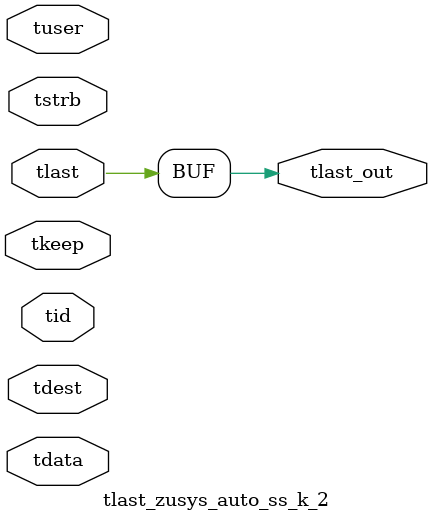
<source format=v>


`timescale 1ps/1ps

module tlast_zusys_auto_ss_k_2 #
(
parameter C_S_AXIS_TID_WIDTH   = 1,
parameter C_S_AXIS_TUSER_WIDTH = 0,
parameter C_S_AXIS_TDATA_WIDTH = 0,
parameter C_S_AXIS_TDEST_WIDTH = 0
)
(
input  [(C_S_AXIS_TID_WIDTH   == 0 ? 1 : C_S_AXIS_TID_WIDTH)-1:0       ] tid,
input  [(C_S_AXIS_TDATA_WIDTH == 0 ? 1 : C_S_AXIS_TDATA_WIDTH)-1:0     ] tdata,
input  [(C_S_AXIS_TUSER_WIDTH == 0 ? 1 : C_S_AXIS_TUSER_WIDTH)-1:0     ] tuser,
input  [(C_S_AXIS_TDEST_WIDTH == 0 ? 1 : C_S_AXIS_TDEST_WIDTH)-1:0     ] tdest,
input  [(C_S_AXIS_TDATA_WIDTH/8)-1:0 ] tkeep,
input  [(C_S_AXIS_TDATA_WIDTH/8)-1:0 ] tstrb,
input  [0:0]                                                             tlast,
output                                                                   tlast_out
);

assign tlast_out = {tlast[0]};

endmodule


</source>
